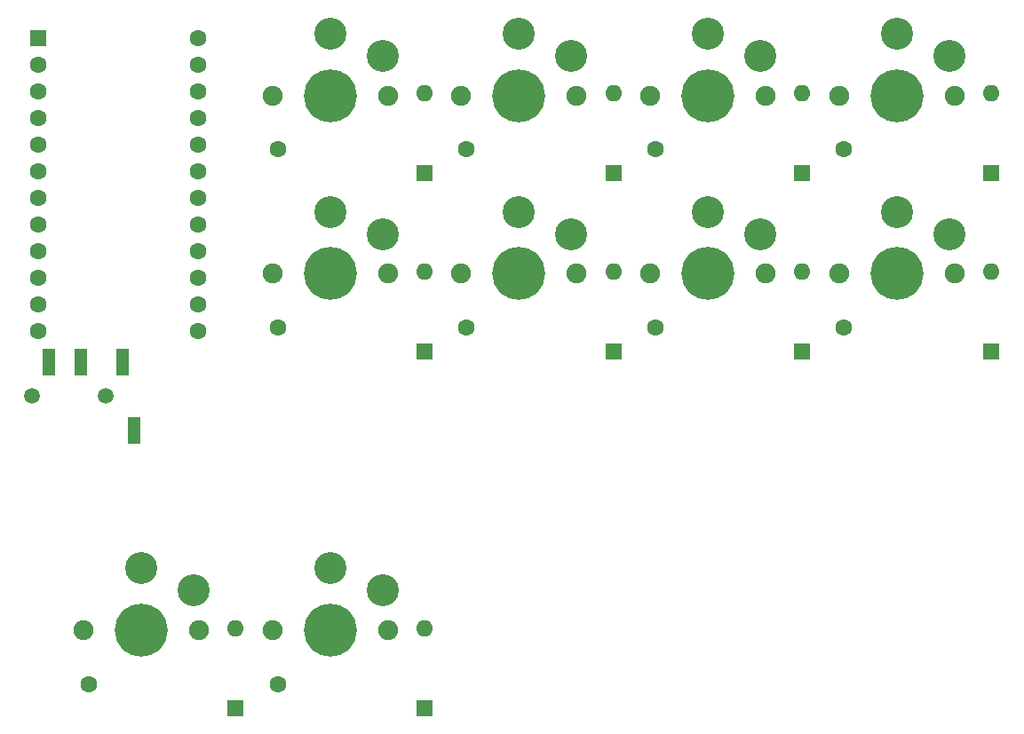
<source format=gbr>
%TF.GenerationSoftware,KiCad,Pcbnew,(6.0.9)*%
%TF.CreationDate,2022-12-21T17:39:27+05:00*%
%TF.ProjectId,vsrgkb-right,76737267-6b62-42d7-9269-6768742e6b69,rev?*%
%TF.SameCoordinates,Original*%
%TF.FileFunction,Soldermask,Top*%
%TF.FilePolarity,Negative*%
%FSLAX46Y46*%
G04 Gerber Fmt 4.6, Leading zero omitted, Abs format (unit mm)*
G04 Created by KiCad (PCBNEW (6.0.9)) date 2022-12-21 17:39:27*
%MOMM*%
%LPD*%
G01*
G04 APERTURE LIST*
%ADD10R,1.600000X1.600000*%
%ADD11O,1.600000X1.600000*%
%ADD12C,3.050000*%
%ADD13C,1.900000*%
%ADD14C,5.050000*%
%ADD15C,1.600000*%
%ADD16C,1.500000*%
%ADD17R,1.200000X2.500000*%
G04 APERTURE END LIST*
D10*
%TO.C,D9*%
X150750000Y-79687500D03*
D11*
X150750000Y-72067500D03*
%TD*%
D12*
%TO.C,SW8*%
X128750000Y-68450000D03*
D13*
X129250000Y-72250000D03*
X118250000Y-72250000D03*
D14*
X123750000Y-72250000D03*
D15*
X118750000Y-77400000D03*
D12*
X123750000Y-66350000D03*
%TD*%
D13*
%TO.C,SW10*%
X93250000Y-106250000D03*
D14*
X87750000Y-106250000D03*
D13*
X82250000Y-106250000D03*
D15*
X82750000Y-111400000D03*
D12*
X92750000Y-102450000D03*
X87750000Y-100350000D03*
%TD*%
D14*
%TO.C,SW4*%
X141750000Y-55250000D03*
D13*
X147250000Y-55250000D03*
D12*
X146750000Y-51450000D03*
X141750000Y-49350000D03*
D15*
X136750000Y-60400000D03*
D13*
X136250000Y-55250000D03*
%TD*%
D10*
%TO.C,D6*%
X96750000Y-79687500D03*
D11*
X96750000Y-72067500D03*
%TD*%
D10*
%TO.C,D2*%
X114750000Y-62687500D03*
D11*
X114750000Y-55067500D03*
%TD*%
D10*
%TO.C,D10*%
X96750000Y-113687500D03*
D11*
X96750000Y-106067500D03*
%TD*%
D13*
%TO.C,SW3*%
X118250000Y-55250000D03*
D12*
X123750000Y-49350000D03*
D14*
X123750000Y-55250000D03*
D12*
X128750000Y-51450000D03*
D13*
X129250000Y-55250000D03*
D15*
X118750000Y-60400000D03*
%TD*%
D12*
%TO.C,SW5*%
X69750000Y-100350000D03*
D13*
X64250000Y-106250000D03*
X75250000Y-106250000D03*
D14*
X69750000Y-106250000D03*
D12*
X74750000Y-102450000D03*
D15*
X64750000Y-111400000D03*
%TD*%
D11*
%TO.C,D7*%
X114750000Y-72067500D03*
D10*
X114750000Y-79687500D03*
%TD*%
%TO.C,U1*%
X59880000Y-49780000D03*
D15*
X59880000Y-52320000D03*
X59880000Y-54860000D03*
X59880000Y-57400000D03*
X59880000Y-59940000D03*
X59880000Y-62480000D03*
X59880000Y-65020000D03*
X59880000Y-67560000D03*
X59880000Y-70100000D03*
X59880000Y-72640000D03*
X59880000Y-75180000D03*
X59880000Y-77720000D03*
X75120000Y-77720000D03*
X75120000Y-75180000D03*
X75120000Y-72640000D03*
X75120000Y-70100000D03*
X75120000Y-67560000D03*
X75120000Y-65020000D03*
X75120000Y-62480000D03*
X75120000Y-59940000D03*
X75120000Y-57400000D03*
X75120000Y-54860000D03*
X75120000Y-52320000D03*
X75120000Y-49780000D03*
%TD*%
D12*
%TO.C,SW1*%
X92750000Y-51450000D03*
D13*
X93250000Y-55250000D03*
D14*
X87750000Y-55250000D03*
D12*
X87750000Y-49350000D03*
D15*
X82750000Y-60400000D03*
D13*
X82250000Y-55250000D03*
%TD*%
D12*
%TO.C,SW7*%
X110750000Y-68450000D03*
D14*
X105750000Y-72250000D03*
D13*
X100250000Y-72250000D03*
D15*
X100750000Y-77400000D03*
D12*
X105750000Y-66350000D03*
D13*
X111250000Y-72250000D03*
%TD*%
D10*
%TO.C,D4*%
X150750000Y-62687500D03*
D11*
X150750000Y-55067500D03*
%TD*%
D13*
%TO.C,SW2*%
X111250000Y-55250000D03*
X100250000Y-55250000D03*
D14*
X105750000Y-55250000D03*
D15*
X100750000Y-60400000D03*
D12*
X105750000Y-49350000D03*
X110750000Y-51450000D03*
%TD*%
D16*
%TO.C,J1*%
X66350000Y-83937500D03*
X59350000Y-83937500D03*
D17*
X63950000Y-80687500D03*
X60950000Y-80687500D03*
X69050000Y-87187500D03*
X67950000Y-80687500D03*
%TD*%
D10*
%TO.C,D3*%
X132750000Y-62687500D03*
D11*
X132750000Y-55067500D03*
%TD*%
D10*
%TO.C,D8*%
X132750000Y-79687500D03*
D11*
X132750000Y-72067500D03*
%TD*%
D10*
%TO.C,D1*%
X96750000Y-62687500D03*
D11*
X96750000Y-55067500D03*
%TD*%
D13*
%TO.C,SW6*%
X82250000Y-72250000D03*
D15*
X82750000Y-77400000D03*
D14*
X87750000Y-72250000D03*
D13*
X93250000Y-72250000D03*
D12*
X92750000Y-68450000D03*
X87750000Y-66350000D03*
%TD*%
D10*
%TO.C,D5*%
X78750000Y-113687500D03*
D11*
X78750000Y-106067500D03*
%TD*%
D13*
%TO.C,SW9*%
X136250000Y-72250000D03*
D12*
X146750000Y-68450000D03*
D13*
X147250000Y-72250000D03*
D12*
X141750000Y-66350000D03*
D15*
X136750000Y-77400000D03*
D14*
X141750000Y-72250000D03*
%TD*%
M02*

</source>
